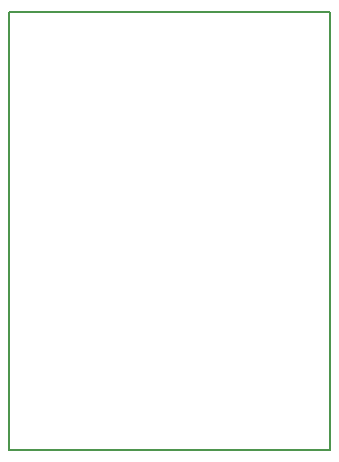
<source format=gbr>
G04 #@! TF.GenerationSoftware,KiCad,Pcbnew,(5.0.1)-4*
G04 #@! TF.CreationDate,2019-03-05T01:38:52-06:00*
G04 #@! TF.ProjectId,util_LFO,7574696C5F4C464F2E6B696361645F70,rev?*
G04 #@! TF.SameCoordinates,Original*
G04 #@! TF.FileFunction,Profile,NP*
%FSLAX46Y46*%
G04 Gerber Fmt 4.6, Leading zero omitted, Abs format (unit mm)*
G04 Created by KiCad (PCBNEW (5.0.1)-4) date 3/5/2019 1:38:52*
%MOMM*%
%LPD*%
G01*
G04 APERTURE LIST*
%ADD10C,0.150000*%
G04 APERTURE END LIST*
D10*
X108966000Y-95504000D02*
X108966000Y-58420000D01*
X81788000Y-95504000D02*
X108966000Y-95504000D01*
X81788000Y-58420000D02*
X81788000Y-95504000D01*
X108966000Y-58420000D02*
X81788000Y-58420000D01*
M02*

</source>
